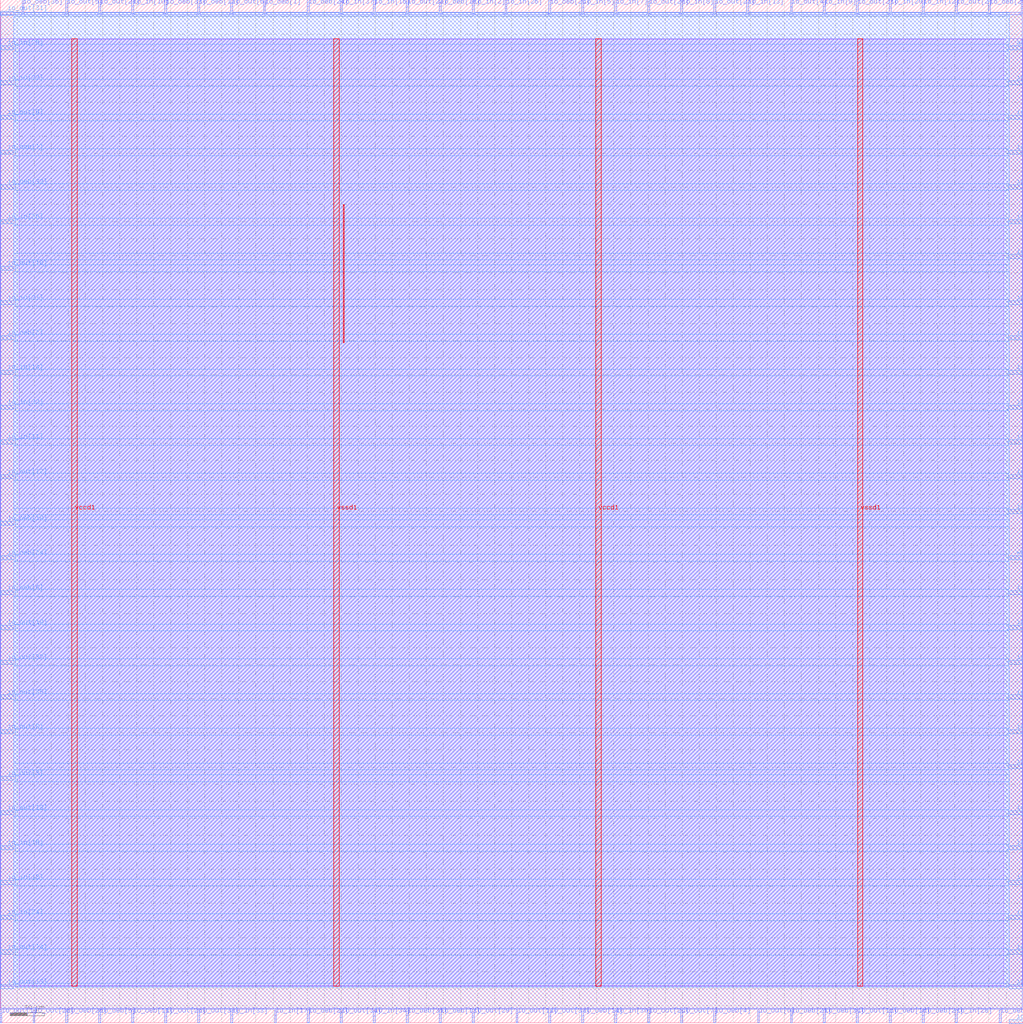
<source format=lef>
VERSION 5.7 ;
  NOWIREEXTENSIONATPIN ON ;
  DIVIDERCHAR "/" ;
  BUSBITCHARS "[]" ;
MACRO wrapped_snn_network
  CLASS BLOCK ;
  FOREIGN wrapped_snn_network ;
  ORIGIN 0.000 0.000 ;
  SIZE 300.000 BY 300.000 ;
  PIN active
    DIRECTION INPUT ;
    USE SIGNAL ;
    PORT
      LAYER met3 ;
        RECT 296.000 285.340 300.000 286.540 ;
    END
  END active
  PIN io_in[0]
    DIRECTION INPUT ;
    USE SIGNAL ;
    PORT
      LAYER met3 ;
        RECT 296.000 60.940 300.000 62.140 ;
    END
  END io_in[0]
  PIN io_in[10]
    DIRECTION INPUT ;
    USE SIGNAL ;
    PORT
      LAYER met2 ;
        RECT 38.590 296.000 39.150 300.000 ;
    END
  END io_in[10]
  PIN io_in[11]
    DIRECTION INPUT ;
    USE SIGNAL ;
    PORT
      LAYER met3 ;
        RECT 0.000 169.740 4.000 170.940 ;
    END
  END io_in[11]
  PIN io_in[12]
    DIRECTION INPUT ;
    USE SIGNAL ;
    PORT
      LAYER met2 ;
        RECT 270.430 296.000 270.990 300.000 ;
    END
  END io_in[12]
  PIN io_in[13]
    DIRECTION INPUT ;
    USE SIGNAL ;
    PORT
      LAYER met2 ;
        RECT 218.910 296.000 219.470 300.000 ;
    END
  END io_in[13]
  PIN io_in[14]
    DIRECTION INPUT ;
    USE SIGNAL ;
    PORT
      LAYER met3 ;
        RECT 0.000 190.140 4.000 191.340 ;
    END
  END io_in[14]
  PIN io_in[15]
    DIRECTION INPUT ;
    USE SIGNAL ;
    PORT
      LAYER met3 ;
        RECT 0.000 50.740 4.000 51.940 ;
    END
  END io_in[15]
  PIN io_in[16]
    DIRECTION INPUT ;
    USE SIGNAL ;
    PORT
      LAYER met2 ;
        RECT 109.430 296.000 109.990 300.000 ;
    END
  END io_in[16]
  PIN io_in[17]
    DIRECTION INPUT ;
    USE SIGNAL ;
    PORT
      LAYER met2 ;
        RECT 80.450 0.000 81.010 4.000 ;
    END
  END io_in[17]
  PIN io_in[18]
    DIRECTION INPUT ;
    USE SIGNAL ;
    PORT
      LAYER met3 ;
        RECT 0.000 40.540 4.000 41.740 ;
    END
  END io_in[18]
  PIN io_in[19]
    DIRECTION INPUT ;
    USE SIGNAL ;
    PORT
      LAYER met3 ;
        RECT 296.000 264.940 300.000 266.140 ;
    END
  END io_in[19]
  PIN io_in[1]
    DIRECTION INPUT ;
    USE SIGNAL ;
    PORT
      LAYER met3 ;
        RECT 296.000 -0.260 300.000 0.940 ;
    END
  END io_in[1]
  PIN io_in[20]
    DIRECTION INPUT ;
    USE SIGNAL ;
    PORT
      LAYER met2 ;
        RECT 260.770 296.000 261.330 300.000 ;
    END
  END io_in[20]
  PIN io_in[21]
    DIRECTION INPUT ;
    USE SIGNAL ;
    PORT
      LAYER met3 ;
        RECT 0.000 210.540 4.000 211.740 ;
    END
  END io_in[21]
  PIN io_in[22]
    DIRECTION INPUT ;
    USE SIGNAL ;
    PORT
      LAYER met3 ;
        RECT 0.000 275.140 4.000 276.340 ;
    END
  END io_in[22]
  PIN io_in[23]
    DIRECTION INPUT ;
    USE SIGNAL ;
    PORT
      LAYER met3 ;
        RECT 296.000 125.540 300.000 126.740 ;
    END
  END io_in[23]
  PIN io_in[24]
    DIRECTION INPUT ;
    USE SIGNAL ;
    PORT
      LAYER met3 ;
        RECT 0.000 30.340 4.000 31.540 ;
    END
  END io_in[24]
  PIN io_in[25]
    DIRECTION INPUT ;
    USE SIGNAL ;
    PORT
      LAYER met3 ;
        RECT 0.000 285.340 4.000 286.540 ;
    END
  END io_in[25]
  PIN io_in[26]
    DIRECTION INPUT ;
    USE SIGNAL ;
    PORT
      LAYER met2 ;
        RECT 148.070 296.000 148.630 300.000 ;
    END
  END io_in[26]
  PIN io_in[27]
    DIRECTION INPUT ;
    USE SIGNAL ;
    PORT
      LAYER met3 ;
        RECT 296.000 275.140 300.000 276.340 ;
    END
  END io_in[27]
  PIN io_in[28]
    DIRECTION INPUT ;
    USE SIGNAL ;
    PORT
      LAYER met2 ;
        RECT 280.090 0.000 280.650 4.000 ;
    END
  END io_in[28]
  PIN io_in[29]
    DIRECTION INPUT ;
    USE SIGNAL ;
    PORT
      LAYER met3 ;
        RECT 296.000 84.740 300.000 85.940 ;
    END
  END io_in[29]
  PIN io_in[2]
    DIRECTION INPUT ;
    USE SIGNAL ;
    PORT
      LAYER met2 ;
        RECT 138.410 296.000 138.970 300.000 ;
    END
  END io_in[2]
  PIN io_in[30]
    DIRECTION INPUT ;
    USE SIGNAL ;
    PORT
      LAYER met2 ;
        RECT 180.270 0.000 180.830 4.000 ;
    END
  END io_in[30]
  PIN io_in[31]
    DIRECTION INPUT ;
    USE SIGNAL ;
    PORT
      LAYER met3 ;
        RECT 296.000 149.340 300.000 150.540 ;
    END
  END io_in[31]
  PIN io_in[32]
    DIRECTION INPUT ;
    USE SIGNAL ;
    PORT
      LAYER met3 ;
        RECT 0.000 179.940 4.000 181.140 ;
    END
  END io_in[32]
  PIN io_in[33]
    DIRECTION INPUT ;
    USE SIGNAL ;
    PORT
      LAYER met2 ;
        RECT 67.570 0.000 68.130 4.000 ;
    END
  END io_in[33]
  PIN io_in[34]
    DIRECTION INPUT ;
    USE SIGNAL ;
    PORT
      LAYER met2 ;
        RECT 109.430 0.000 109.990 4.000 ;
    END
  END io_in[34]
  PIN io_in[35]
    DIRECTION INPUT ;
    USE SIGNAL ;
    PORT
      LAYER met3 ;
        RECT 296.000 20.140 300.000 21.340 ;
    END
  END io_in[35]
  PIN io_in[36]
    DIRECTION INPUT ;
    USE SIGNAL ;
    PORT
      LAYER met3 ;
        RECT 0.000 234.340 4.000 235.540 ;
    END
  END io_in[36]
  PIN io_in[37]
    DIRECTION INPUT ;
    USE SIGNAL ;
    PORT
      LAYER met2 ;
        RECT 99.770 296.000 100.330 300.000 ;
    END
  END io_in[37]
  PIN io_in[3]
    DIRECTION INPUT ;
    USE SIGNAL ;
    PORT
      LAYER met3 ;
        RECT 296.000 94.940 300.000 96.140 ;
    END
  END io_in[3]
  PIN io_in[4]
    DIRECTION INPUT ;
    USE SIGNAL ;
    PORT
      LAYER met3 ;
        RECT 296.000 159.540 300.000 160.740 ;
    END
  END io_in[4]
  PIN io_in[5]
    DIRECTION INPUT ;
    USE SIGNAL ;
    PORT
      LAYER met2 ;
        RECT 170.610 296.000 171.170 300.000 ;
    END
  END io_in[5]
  PIN io_in[6]
    DIRECTION INPUT ;
    USE SIGNAL ;
    PORT
      LAYER met3 ;
        RECT 296.000 115.340 300.000 116.540 ;
    END
  END io_in[6]
  PIN io_in[7]
    DIRECTION INPUT ;
    USE SIGNAL ;
    PORT
      LAYER met2 ;
        RECT 180.270 296.000 180.830 300.000 ;
    END
  END io_in[7]
  PIN io_in[8]
    DIRECTION INPUT ;
    USE SIGNAL ;
    PORT
      LAYER met2 ;
        RECT 199.590 296.000 200.150 300.000 ;
    END
  END io_in[8]
  PIN io_in[9]
    DIRECTION INPUT ;
    USE SIGNAL ;
    PORT
      LAYER met2 ;
        RECT 241.450 296.000 242.010 300.000 ;
    END
  END io_in[9]
  PIN io_oeb[0]
    DIRECTION INOUT ;
    USE SIGNAL ;
    PORT
      LAYER met2 ;
        RECT 299.410 296.000 299.970 300.000 ;
    END
  END io_oeb[0]
  PIN io_oeb[10]
    DIRECTION INOUT ;
    USE SIGNAL ;
    PORT
      LAYER met3 ;
        RECT 296.000 244.540 300.000 245.740 ;
    END
  END io_oeb[10]
  PIN io_oeb[11]
    DIRECTION INOUT ;
    USE SIGNAL ;
    PORT
      LAYER met2 ;
        RECT 38.590 0.000 39.150 4.000 ;
    END
  END io_oeb[11]
  PIN io_oeb[12]
    DIRECTION INOUT ;
    USE SIGNAL ;
    PORT
      LAYER met2 ;
        RECT 57.910 296.000 58.470 300.000 ;
    END
  END io_oeb[12]
  PIN io_oeb[13]
    DIRECTION INOUT ;
    USE SIGNAL ;
    PORT
      LAYER met2 ;
        RECT 128.750 0.000 129.310 4.000 ;
    END
  END io_oeb[13]
  PIN io_oeb[14]
    DIRECTION INOUT ;
    USE SIGNAL ;
    PORT
      LAYER met2 ;
        RECT 170.610 0.000 171.170 4.000 ;
    END
  END io_oeb[14]
  PIN io_oeb[15]
    DIRECTION INOUT ;
    USE SIGNAL ;
    PORT
      LAYER met3 ;
        RECT 296.000 254.740 300.000 255.940 ;
    END
  END io_oeb[15]
  PIN io_oeb[16]
    DIRECTION INOUT ;
    USE SIGNAL ;
    PORT
      LAYER met2 ;
        RECT 260.770 0.000 261.330 4.000 ;
    END
  END io_oeb[16]
  PIN io_oeb[17]
    DIRECTION INOUT ;
    USE SIGNAL ;
    PORT
      LAYER met3 ;
        RECT 296.000 190.140 300.000 191.340 ;
    END
  END io_oeb[17]
  PIN io_oeb[18]
    DIRECTION INOUT ;
    USE SIGNAL ;
    PORT
      LAYER met2 ;
        RECT 128.750 296.000 129.310 300.000 ;
    END
  END io_oeb[18]
  PIN io_oeb[19]
    DIRECTION INOUT ;
    USE SIGNAL ;
    PORT
      LAYER met3 ;
        RECT 0.000 145.940 4.000 147.140 ;
    END
  END io_oeb[19]
  PIN io_oeb[1]
    DIRECTION INOUT ;
    USE SIGNAL ;
    PORT
      LAYER met2 ;
        RECT 77.230 296.000 77.790 300.000 ;
    END
  END io_oeb[1]
  PIN io_oeb[20]
    DIRECTION INOUT ;
    USE SIGNAL ;
    PORT
      LAYER met2 ;
        RECT 160.950 296.000 161.510 300.000 ;
    END
  END io_oeb[20]
  PIN io_oeb[21]
    DIRECTION INOUT ;
    USE SIGNAL ;
    PORT
      LAYER met2 ;
        RECT 231.790 0.000 232.350 4.000 ;
    END
  END io_oeb[21]
  PIN io_oeb[22]
    DIRECTION INOUT ;
    USE SIGNAL ;
    PORT
      LAYER met2 ;
        RECT 90.110 0.000 90.670 4.000 ;
    END
  END io_oeb[22]
  PIN io_oeb[23]
    DIRECTION INOUT ;
    USE SIGNAL ;
    PORT
      LAYER met3 ;
        RECT 296.000 74.540 300.000 75.740 ;
    END
  END io_oeb[23]
  PIN io_oeb[24]
    DIRECTION INOUT ;
    USE SIGNAL ;
    PORT
      LAYER met2 ;
        RECT 90.110 296.000 90.670 300.000 ;
    END
  END io_oeb[24]
  PIN io_oeb[25]
    DIRECTION INOUT ;
    USE SIGNAL ;
    PORT
      LAYER met3 ;
        RECT 296.000 200.340 300.000 201.540 ;
    END
  END io_oeb[25]
  PIN io_oeb[26]
    DIRECTION INOUT ;
    USE SIGNAL ;
    PORT
      LAYER met2 ;
        RECT 19.270 0.000 19.830 4.000 ;
    END
  END io_oeb[26]
  PIN io_oeb[27]
    DIRECTION INOUT ;
    USE SIGNAL ;
    PORT
      LAYER met2 ;
        RECT 270.430 0.000 270.990 4.000 ;
    END
  END io_oeb[27]
  PIN io_oeb[28]
    DIRECTION INOUT ;
    USE SIGNAL ;
    PORT
      LAYER met3 ;
        RECT 296.000 50.740 300.000 51.940 ;
    END
  END io_oeb[28]
  PIN io_oeb[29]
    DIRECTION INOUT ;
    USE SIGNAL ;
    PORT
      LAYER met2 ;
        RECT 289.750 296.000 290.310 300.000 ;
    END
  END io_oeb[29]
  PIN io_oeb[2]
    DIRECTION INOUT ;
    USE SIGNAL ;
    PORT
      LAYER met3 ;
        RECT 0.000 254.740 4.000 255.940 ;
    END
  END io_oeb[2]
  PIN io_oeb[30]
    DIRECTION INOUT ;
    USE SIGNAL ;
    PORT
      LAYER met2 ;
        RECT 241.450 0.000 242.010 4.000 ;
    END
  END io_oeb[30]
  PIN io_oeb[31]
    DIRECTION INOUT ;
    USE SIGNAL ;
    PORT
      LAYER met2 ;
        RECT 119.090 0.000 119.650 4.000 ;
    END
  END io_oeb[31]
  PIN io_oeb[32]
    DIRECTION INOUT ;
    USE SIGNAL ;
    PORT
      LAYER met3 ;
        RECT 0.000 244.540 4.000 245.740 ;
    END
  END io_oeb[32]
  PIN io_oeb[33]
    DIRECTION INOUT ;
    USE SIGNAL ;
    PORT
      LAYER met3 ;
        RECT 296.000 224.140 300.000 225.340 ;
    END
  END io_oeb[33]
  PIN io_oeb[34]
    DIRECTION INOUT ;
    USE SIGNAL ;
    PORT
      LAYER met3 ;
        RECT 0.000 135.740 4.000 136.940 ;
    END
  END io_oeb[34]
  PIN io_oeb[35]
    DIRECTION INOUT ;
    USE SIGNAL ;
    PORT
      LAYER met3 ;
        RECT 296.000 9.940 300.000 11.140 ;
    END
  END io_oeb[35]
  PIN io_oeb[36]
    DIRECTION INOUT ;
    USE SIGNAL ;
    PORT
      LAYER met2 ;
        RECT 6.390 296.000 6.950 300.000 ;
    END
  END io_oeb[36]
  PIN io_oeb[37]
    DIRECTION INOUT ;
    USE SIGNAL ;
    PORT
      LAYER met2 ;
        RECT 48.250 296.000 48.810 300.000 ;
    END
  END io_oeb[37]
  PIN io_oeb[3]
    DIRECTION INOUT ;
    USE SIGNAL ;
    PORT
      LAYER met3 ;
        RECT 0.000 200.340 4.000 201.540 ;
    END
  END io_oeb[3]
  PIN io_oeb[4]
    DIRECTION INOUT ;
    USE SIGNAL ;
    PORT
      LAYER met2 ;
        RECT 209.250 0.000 209.810 4.000 ;
    END
  END io_oeb[4]
  PIN io_oeb[5]
    DIRECTION INOUT ;
    USE SIGNAL ;
    PORT
      LAYER met2 ;
        RECT 28.930 0.000 29.490 4.000 ;
    END
  END io_oeb[5]
  PIN io_oeb[6]
    DIRECTION INOUT ;
    USE SIGNAL ;
    PORT
      LAYER met3 ;
        RECT 0.000 125.540 4.000 126.740 ;
    END
  END io_oeb[6]
  PIN io_oeb[7]
    DIRECTION INOUT ;
    USE SIGNAL ;
    PORT
      LAYER met2 ;
        RECT 292.970 0.000 293.530 4.000 ;
    END
  END io_oeb[7]
  PIN io_oeb[8]
    DIRECTION INOUT ;
    USE SIGNAL ;
    PORT
      LAYER met3 ;
        RECT 296.000 169.740 300.000 170.940 ;
    END
  END io_oeb[8]
  PIN io_oeb[9]
    DIRECTION INOUT ;
    USE SIGNAL ;
    PORT
      LAYER met3 ;
        RECT 296.000 105.140 300.000 106.340 ;
    END
  END io_oeb[9]
  PIN io_out[0]
    DIRECTION INOUT ;
    USE SIGNAL ;
    PORT
      LAYER met2 ;
        RECT 222.130 0.000 222.690 4.000 ;
    END
  END io_out[0]
  PIN io_out[10]
    DIRECTION INOUT ;
    USE SIGNAL ;
    PORT
      LAYER met3 ;
        RECT 0.000 220.740 4.000 221.940 ;
    END
  END io_out[10]
  PIN io_out[11]
    DIRECTION INOUT ;
    USE SIGNAL ;
    PORT
      LAYER met3 ;
        RECT 296.000 40.540 300.000 41.740 ;
    END
  END io_out[11]
  PIN io_out[12]
    DIRECTION INOUT ;
    USE SIGNAL ;
    PORT
      LAYER met3 ;
        RECT 0.000 159.540 4.000 160.740 ;
    END
  END io_out[12]
  PIN io_out[13]
    DIRECTION INOUT ;
    USE SIGNAL ;
    PORT
      LAYER met3 ;
        RECT 0.000 9.940 4.000 11.140 ;
    END
  END io_out[13]
  PIN io_out[14]
    DIRECTION INOUT ;
    USE SIGNAL ;
    PORT
      LAYER met3 ;
        RECT 296.000 210.540 300.000 211.740 ;
    END
  END io_out[14]
  PIN io_out[15]
    DIRECTION INOUT ;
    USE SIGNAL ;
    PORT
      LAYER met2 ;
        RECT 251.110 0.000 251.670 4.000 ;
    END
  END io_out[15]
  PIN io_out[16]
    DIRECTION INOUT ;
    USE SIGNAL ;
    PORT
      LAYER met3 ;
        RECT 296.000 234.340 300.000 235.540 ;
    END
  END io_out[16]
  PIN io_out[17]
    DIRECTION INOUT ;
    USE SIGNAL ;
    PORT
      LAYER met2 ;
        RECT 151.290 0.000 151.850 4.000 ;
    END
  END io_out[17]
  PIN io_out[18]
    DIRECTION INOUT ;
    USE SIGNAL ;
    PORT
      LAYER met3 ;
        RECT 0.000 60.940 4.000 62.140 ;
    END
  END io_out[18]
  PIN io_out[19]
    DIRECTION INOUT ;
    USE SIGNAL ;
    PORT
      LAYER met3 ;
        RECT 0.000 115.340 4.000 116.540 ;
    END
  END io_out[19]
  PIN io_out[1]
    DIRECTION INOUT ;
    USE SIGNAL ;
    PORT
      LAYER met2 ;
        RECT -0.050 0.000 0.510 4.000 ;
    END
  END io_out[1]
  PIN io_out[20]
    DIRECTION INOUT ;
    USE SIGNAL ;
    PORT
      LAYER met2 ;
        RECT 189.930 0.000 190.490 4.000 ;
    END
  END io_out[20]
  PIN io_out[21]
    DIRECTION INOUT ;
    USE SIGNAL ;
    PORT
      LAYER met2 ;
        RECT 28.930 296.000 29.490 300.000 ;
    END
  END io_out[21]
  PIN io_out[22]
    DIRECTION INOUT ;
    USE SIGNAL ;
    PORT
      LAYER met2 ;
        RECT 119.090 296.000 119.650 300.000 ;
    END
  END io_out[22]
  PIN io_out[23]
    DIRECTION INOUT ;
    USE SIGNAL ;
    PORT
      LAYER met2 ;
        RECT 209.250 296.000 209.810 300.000 ;
    END
  END io_out[23]
  PIN io_out[24]
    DIRECTION INOUT ;
    USE SIGNAL ;
    PORT
      LAYER met3 ;
        RECT 0.000 20.140 4.000 21.340 ;
    END
  END io_out[24]
  PIN io_out[25]
    DIRECTION INOUT ;
    USE SIGNAL ;
    PORT
      LAYER met2 ;
        RECT 48.250 0.000 48.810 4.000 ;
    END
  END io_out[25]
  PIN io_out[26]
    DIRECTION INOUT ;
    USE SIGNAL ;
    PORT
      LAYER met2 ;
        RECT 9.610 0.000 10.170 4.000 ;
    END
  END io_out[26]
  PIN io_out[27]
    DIRECTION INOUT ;
    USE SIGNAL ;
    PORT
      LAYER met2 ;
        RECT 251.110 296.000 251.670 300.000 ;
    END
  END io_out[27]
  PIN io_out[28]
    DIRECTION INOUT ;
    USE SIGNAL ;
    PORT
      LAYER met2 ;
        RECT 189.930 296.000 190.490 300.000 ;
    END
  END io_out[28]
  PIN io_out[29]
    DIRECTION INOUT ;
    USE SIGNAL ;
    PORT
      LAYER met2 ;
        RECT 138.410 0.000 138.970 4.000 ;
    END
  END io_out[29]
  PIN io_out[2]
    DIRECTION INOUT ;
    USE SIGNAL ;
    PORT
      LAYER met2 ;
        RECT 280.090 296.000 280.650 300.000 ;
    END
  END io_out[2]
  PIN io_out[30]
    DIRECTION INOUT ;
    USE SIGNAL ;
    PORT
      LAYER met3 ;
        RECT 296.000 30.340 300.000 31.540 ;
    END
  END io_out[30]
  PIN io_out[31]
    DIRECTION INOUT ;
    USE SIGNAL ;
    PORT
      LAYER met3 ;
        RECT 0.000 295.540 4.000 296.740 ;
    END
  END io_out[31]
  PIN io_out[32]
    DIRECTION INOUT ;
    USE SIGNAL ;
    PORT
      LAYER met3 ;
        RECT 0.000 105.140 4.000 106.340 ;
    END
  END io_out[32]
  PIN io_out[33]
    DIRECTION INOUT ;
    USE SIGNAL ;
    PORT
      LAYER met2 ;
        RECT 57.910 0.000 58.470 4.000 ;
    END
  END io_out[33]
  PIN io_out[34]
    DIRECTION INOUT ;
    USE SIGNAL ;
    PORT
      LAYER met2 ;
        RECT 99.770 0.000 100.330 4.000 ;
    END
  END io_out[34]
  PIN io_out[35]
    DIRECTION INOUT ;
    USE SIGNAL ;
    PORT
      LAYER met3 ;
        RECT 0.000 94.940 4.000 96.140 ;
    END
  END io_out[35]
  PIN io_out[36]
    DIRECTION INOUT ;
    USE SIGNAL ;
    PORT
      LAYER met3 ;
        RECT 296.000 179.940 300.000 181.140 ;
    END
  END io_out[36]
  PIN io_out[37]
    DIRECTION INOUT ;
    USE SIGNAL ;
    PORT
      LAYER met2 ;
        RECT 160.950 0.000 161.510 4.000 ;
    END
  END io_out[37]
  PIN io_out[3]
    DIRECTION INOUT ;
    USE SIGNAL ;
    PORT
      LAYER met3 ;
        RECT 0.000 71.140 4.000 72.340 ;
    END
  END io_out[3]
  PIN io_out[4]
    DIRECTION INOUT ;
    USE SIGNAL ;
    PORT
      LAYER met2 ;
        RECT 231.790 296.000 232.350 300.000 ;
    END
  END io_out[4]
  PIN io_out[5]
    DIRECTION INOUT ;
    USE SIGNAL ;
    PORT
      LAYER met2 ;
        RECT 19.270 296.000 19.830 300.000 ;
    END
  END io_out[5]
  PIN io_out[6]
    DIRECTION INOUT ;
    USE SIGNAL ;
    PORT
      LAYER met2 ;
        RECT 67.570 296.000 68.130 300.000 ;
    END
  END io_out[6]
  PIN io_out[7]
    DIRECTION INOUT ;
    USE SIGNAL ;
    PORT
      LAYER met2 ;
        RECT 199.590 0.000 200.150 4.000 ;
    END
  END io_out[7]
  PIN io_out[8]
    DIRECTION INOUT ;
    USE SIGNAL ;
    PORT
      LAYER met3 ;
        RECT 0.000 84.740 4.000 85.940 ;
    END
  END io_out[8]
  PIN io_out[9]
    DIRECTION INOUT ;
    USE SIGNAL ;
    PORT
      LAYER met3 ;
        RECT 0.000 264.940 4.000 266.140 ;
    END
  END io_out[9]
  PIN vccd1
    DIRECTION INOUT ;
    USE POWER ;
    PORT
      LAYER met4 ;
        RECT 21.040 10.640 22.640 288.560 ;
    END
    PORT
      LAYER met4 ;
        RECT 174.640 10.640 176.240 288.560 ;
    END
  END vccd1
  PIN vssd1
    DIRECTION INOUT ;
    USE GROUND ;
    PORT
      LAYER met4 ;
        RECT 97.840 10.640 99.440 288.560 ;
    END
    PORT
      LAYER met4 ;
        RECT 251.440 10.640 253.040 288.560 ;
    END
  END vssd1
  PIN wb_clk_i
    DIRECTION INPUT ;
    USE SIGNAL ;
    PORT
      LAYER met3 ;
        RECT 296.000 135.740 300.000 136.940 ;
    END
  END wb_clk_i
  OBS
      LAYER li1 ;
        RECT 5.520 10.795 294.400 288.405 ;
      LAYER met1 ;
        RECT 0.070 10.640 299.850 288.560 ;
      LAYER met2 ;
        RECT 0.100 295.720 6.110 296.325 ;
        RECT 7.230 295.720 18.990 296.325 ;
        RECT 20.110 295.720 28.650 296.325 ;
        RECT 29.770 295.720 38.310 296.325 ;
        RECT 39.430 295.720 47.970 296.325 ;
        RECT 49.090 295.720 57.630 296.325 ;
        RECT 58.750 295.720 67.290 296.325 ;
        RECT 68.410 295.720 76.950 296.325 ;
        RECT 78.070 295.720 89.830 296.325 ;
        RECT 90.950 295.720 99.490 296.325 ;
        RECT 100.610 295.720 109.150 296.325 ;
        RECT 110.270 295.720 118.810 296.325 ;
        RECT 119.930 295.720 128.470 296.325 ;
        RECT 129.590 295.720 138.130 296.325 ;
        RECT 139.250 295.720 147.790 296.325 ;
        RECT 148.910 295.720 160.670 296.325 ;
        RECT 161.790 295.720 170.330 296.325 ;
        RECT 171.450 295.720 179.990 296.325 ;
        RECT 181.110 295.720 189.650 296.325 ;
        RECT 190.770 295.720 199.310 296.325 ;
        RECT 200.430 295.720 208.970 296.325 ;
        RECT 210.090 295.720 218.630 296.325 ;
        RECT 219.750 295.720 231.510 296.325 ;
        RECT 232.630 295.720 241.170 296.325 ;
        RECT 242.290 295.720 250.830 296.325 ;
        RECT 251.950 295.720 260.490 296.325 ;
        RECT 261.610 295.720 270.150 296.325 ;
        RECT 271.270 295.720 279.810 296.325 ;
        RECT 280.930 295.720 289.470 296.325 ;
        RECT 290.590 295.720 299.130 296.325 ;
        RECT 0.100 4.280 299.820 295.720 ;
        RECT 0.790 4.000 9.330 4.280 ;
        RECT 10.450 4.000 18.990 4.280 ;
        RECT 20.110 4.000 28.650 4.280 ;
        RECT 29.770 4.000 38.310 4.280 ;
        RECT 39.430 4.000 47.970 4.280 ;
        RECT 49.090 4.000 57.630 4.280 ;
        RECT 58.750 4.000 67.290 4.280 ;
        RECT 68.410 4.000 80.170 4.280 ;
        RECT 81.290 4.000 89.830 4.280 ;
        RECT 90.950 4.000 99.490 4.280 ;
        RECT 100.610 4.000 109.150 4.280 ;
        RECT 110.270 4.000 118.810 4.280 ;
        RECT 119.930 4.000 128.470 4.280 ;
        RECT 129.590 4.000 138.130 4.280 ;
        RECT 139.250 4.000 151.010 4.280 ;
        RECT 152.130 4.000 160.670 4.280 ;
        RECT 161.790 4.000 170.330 4.280 ;
        RECT 171.450 4.000 179.990 4.280 ;
        RECT 181.110 4.000 189.650 4.280 ;
        RECT 190.770 4.000 199.310 4.280 ;
        RECT 200.430 4.000 208.970 4.280 ;
        RECT 210.090 4.000 221.850 4.280 ;
        RECT 222.970 4.000 231.510 4.280 ;
        RECT 232.630 4.000 241.170 4.280 ;
        RECT 242.290 4.000 250.830 4.280 ;
        RECT 251.950 4.000 260.490 4.280 ;
        RECT 261.610 4.000 270.150 4.280 ;
        RECT 271.270 4.000 279.810 4.280 ;
        RECT 280.930 4.000 292.690 4.280 ;
        RECT 293.810 4.000 299.820 4.280 ;
      LAYER met3 ;
        RECT 4.400 295.140 296.000 296.305 ;
        RECT 4.000 286.940 296.000 295.140 ;
        RECT 4.400 284.940 295.600 286.940 ;
        RECT 4.000 276.740 296.000 284.940 ;
        RECT 4.400 274.740 295.600 276.740 ;
        RECT 4.000 266.540 296.000 274.740 ;
        RECT 4.400 264.540 295.600 266.540 ;
        RECT 4.000 256.340 296.000 264.540 ;
        RECT 4.400 254.340 295.600 256.340 ;
        RECT 4.000 246.140 296.000 254.340 ;
        RECT 4.400 244.140 295.600 246.140 ;
        RECT 4.000 235.940 296.000 244.140 ;
        RECT 4.400 233.940 295.600 235.940 ;
        RECT 4.000 225.740 296.000 233.940 ;
        RECT 4.000 223.740 295.600 225.740 ;
        RECT 4.000 222.340 296.000 223.740 ;
        RECT 4.400 220.340 296.000 222.340 ;
        RECT 4.000 212.140 296.000 220.340 ;
        RECT 4.400 210.140 295.600 212.140 ;
        RECT 4.000 201.940 296.000 210.140 ;
        RECT 4.400 199.940 295.600 201.940 ;
        RECT 4.000 191.740 296.000 199.940 ;
        RECT 4.400 189.740 295.600 191.740 ;
        RECT 4.000 181.540 296.000 189.740 ;
        RECT 4.400 179.540 295.600 181.540 ;
        RECT 4.000 171.340 296.000 179.540 ;
        RECT 4.400 169.340 295.600 171.340 ;
        RECT 4.000 161.140 296.000 169.340 ;
        RECT 4.400 159.140 295.600 161.140 ;
        RECT 4.000 150.940 296.000 159.140 ;
        RECT 4.000 148.940 295.600 150.940 ;
        RECT 4.000 147.540 296.000 148.940 ;
        RECT 4.400 145.540 296.000 147.540 ;
        RECT 4.000 137.340 296.000 145.540 ;
        RECT 4.400 135.340 295.600 137.340 ;
        RECT 4.000 127.140 296.000 135.340 ;
        RECT 4.400 125.140 295.600 127.140 ;
        RECT 4.000 116.940 296.000 125.140 ;
        RECT 4.400 114.940 295.600 116.940 ;
        RECT 4.000 106.740 296.000 114.940 ;
        RECT 4.400 104.740 295.600 106.740 ;
        RECT 4.000 96.540 296.000 104.740 ;
        RECT 4.400 94.540 295.600 96.540 ;
        RECT 4.000 86.340 296.000 94.540 ;
        RECT 4.400 84.340 295.600 86.340 ;
        RECT 4.000 76.140 296.000 84.340 ;
        RECT 4.000 74.140 295.600 76.140 ;
        RECT 4.000 72.740 296.000 74.140 ;
        RECT 4.400 70.740 296.000 72.740 ;
        RECT 4.000 62.540 296.000 70.740 ;
        RECT 4.400 60.540 295.600 62.540 ;
        RECT 4.000 52.340 296.000 60.540 ;
        RECT 4.400 50.340 295.600 52.340 ;
        RECT 4.000 42.140 296.000 50.340 ;
        RECT 4.400 40.140 295.600 42.140 ;
        RECT 4.000 31.940 296.000 40.140 ;
        RECT 4.400 29.940 295.600 31.940 ;
        RECT 4.000 21.740 296.000 29.940 ;
        RECT 4.400 19.740 295.600 21.740 ;
        RECT 4.000 11.540 296.000 19.740 ;
        RECT 4.400 10.375 295.600 11.540 ;
      LAYER met4 ;
        RECT 100.575 199.415 100.905 239.865 ;
  END
END wrapped_snn_network
END LIBRARY


</source>
